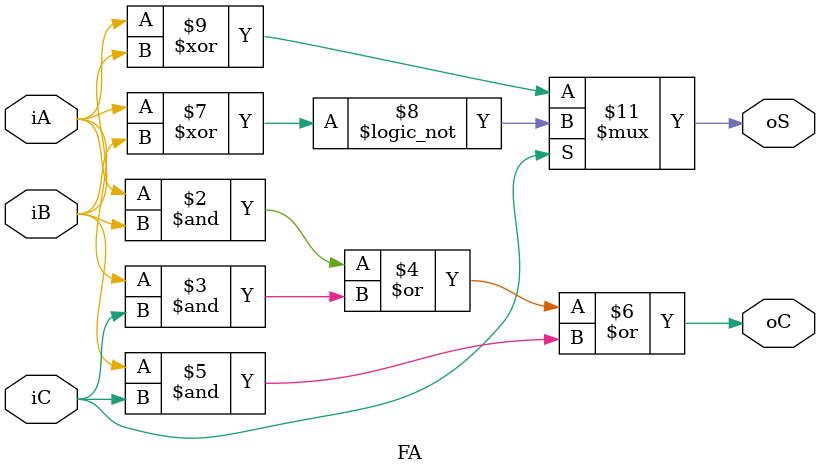
<source format=v>
`timescale 1ns / 1ns


module FA(
    input iA,
    input iB,
    input iC,
    output reg oS,
    output reg oC
    );
    always@(*)
    begin
    oC=(iA&iB)|(iA&iC)|(iB&iC);
    if(iC)
    oS=!(iA^iB);
    else
    oS=(iA^iB);
    end
endmodule

</source>
